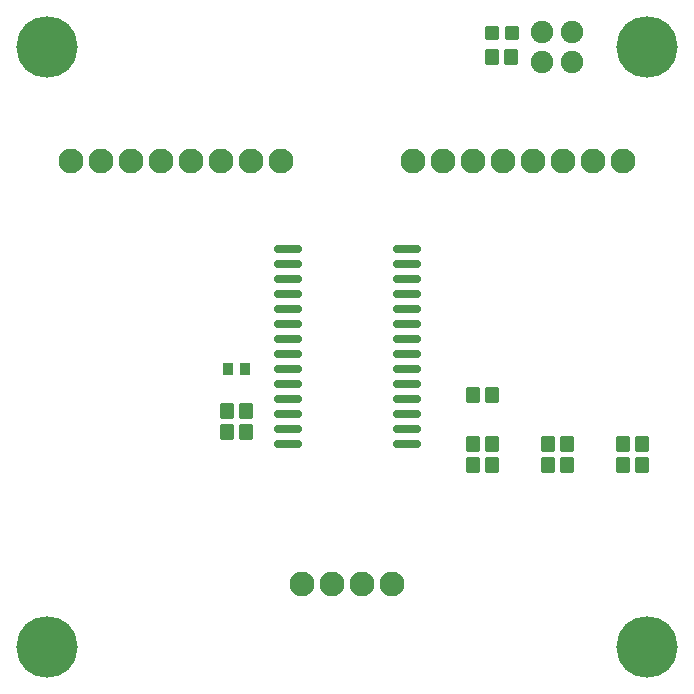
<source format=gts>
G04 Layer: TopSolderMaskLayer*
G04 Panelize: , Column: 2, Row: 2, Board Size: 58.42mm x 58.42mm, Panelized Board Size: 118.84mm x 118.84mm*
G04 EasyEDA v6.5.34, 2023-09-08 22:54:38*
G04 dba1fe39ed644193aaf89d91fc4d53de,5a6b42c53f6a479593ecc07194224c93,10*
G04 Gerber Generator version 0.2*
G04 Scale: 100 percent, Rotated: No, Reflected: No *
G04 Dimensions in millimeters *
G04 leading zeros omitted , absolute positions ,4 integer and 5 decimal *
%FSLAX45Y45*%
%MOMM*%

%AMMACRO1*1,1,$1,$2,$3*1,1,$1,$4,$5*1,1,$1,0-$2,0-$3*1,1,$1,0-$4,0-$5*20,1,$1,$2,$3,$4,$5,0*20,1,$1,$4,$5,0-$2,0-$3,0*20,1,$1,0-$2,0-$3,0-$4,0-$5,0*20,1,$1,0-$4,0-$5,$2,$3,0*4,1,4,$2,$3,$4,$5,0-$2,0-$3,0-$4,0-$5,$2,$3,0*%
%ADD10MACRO1,0.2032X0.5X-0.55X-0.5X-0.55*%
%ADD11MACRO1,0.1016X-0.4X0.45X0.4X0.45*%
%ADD12O,2.4015954X0.7015988*%
%ADD13MACRO1,0.2032X-0.45X-0.5X-0.45X0.5*%
%ADD14C,5.2032*%
%ADD15C,1.9016*%
%ADD16C,2.1016*%

%LPD*%
D10*
G01*
X3983992Y2514600D03*
G01*
X4143992Y2514600D03*
G01*
X3983992Y2095500D03*
G01*
X4143992Y2095500D03*
G01*
X3983992Y1917700D03*
G01*
X4143992Y1917700D03*
G01*
X4618992Y2095500D03*
G01*
X4778992Y2095500D03*
G01*
X4618992Y1917700D03*
G01*
X4778992Y1917700D03*
G01*
X5253992Y2095500D03*
G01*
X5413992Y2095500D03*
G01*
X5253992Y1917700D03*
G01*
X5413992Y1917700D03*
D11*
G01*
X2051199Y2730500D03*
G01*
X1911200Y2730500D03*
D10*
G01*
X1901192Y2374900D03*
G01*
X2061192Y2374900D03*
G01*
X1901192Y2197100D03*
G01*
X2061192Y2197100D03*
D12*
G01*
X2415260Y3746500D03*
G01*
X2415260Y3619500D03*
G01*
X2415260Y3492500D03*
G01*
X2415260Y3365500D03*
G01*
X2415260Y3238500D03*
G01*
X2415260Y3111500D03*
G01*
X2415260Y2984500D03*
G01*
X2415260Y2857500D03*
G01*
X2415260Y2730500D03*
G01*
X2415260Y2603500D03*
G01*
X2415260Y2476500D03*
G01*
X2415260Y2349500D03*
G01*
X2415260Y2222500D03*
G01*
X2415260Y2095500D03*
G01*
X3426764Y3746500D03*
G01*
X3426764Y3619500D03*
G01*
X3426764Y3492500D03*
G01*
X3426764Y3365500D03*
G01*
X3426764Y3238500D03*
G01*
X3426764Y3111500D03*
G01*
X3426764Y2984500D03*
G01*
X3426764Y2857500D03*
G01*
X3426764Y2730500D03*
G01*
X3426764Y2603500D03*
G01*
X3426764Y2476500D03*
G01*
X3426764Y2349500D03*
G01*
X3426764Y2222500D03*
G01*
X3426764Y2095500D03*
D13*
G01*
X4144091Y5575292D03*
G01*
X4314090Y5575292D03*
D10*
G01*
X4149092Y5372100D03*
G01*
X4309092Y5372100D03*
D14*
G01*
X381000Y5461000D03*
G01*
X5461000Y5461000D03*
G01*
X5461000Y381000D03*
G01*
X381000Y381000D03*
D15*
G01*
X4572000Y5588000D03*
G01*
X4572000Y5334000D03*
G01*
X4826000Y5334000D03*
G01*
X4826000Y5588000D03*
D16*
G01*
X3479800Y4495800D03*
G01*
X3733800Y4495800D03*
G01*
X3987800Y4495800D03*
G01*
X4241800Y4495800D03*
G01*
X4495800Y4495800D03*
G01*
X4749800Y4495800D03*
G01*
X5003800Y4495800D03*
G01*
X5257800Y4495800D03*
G01*
X584200Y4495800D03*
G01*
X838200Y4495800D03*
G01*
X1092200Y4495800D03*
G01*
X1346200Y4495800D03*
G01*
X1600200Y4495800D03*
G01*
X1854200Y4495800D03*
G01*
X2108200Y4495800D03*
G01*
X2362200Y4495800D03*
G01*
X3302000Y914400D03*
G01*
X2540000Y914400D03*
G01*
X2794000Y914400D03*
G01*
X3048000Y914400D03*
M02*

</source>
